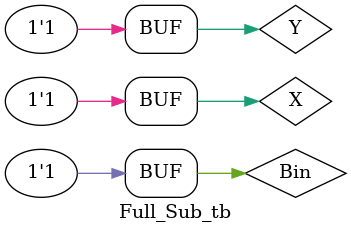
<source format=v>
`timescale 1ns/1ns
`include "Full_Sub.v"



module Full_Sub_tb;
reg X;
reg Y;
reg Bin;
wire D;
wire Bout;

Full_Sub uut(X,Y,Bin,D,Bout);

initial begin
    $dumpfile("Full_Sub_test.vcd");
    $dumpvars(0,Full_Sub_tb);

    X = 0; Y = 0; Bin = 0; #20;
    X = 0; Y = 0; Bin = 1; #20;
    X = 0; Y = 1; Bin = 0; #20;
    X = 0; Y = 1; Bin = 1; #20;
    X = 1; Y = 0; Bin = 0; #20;
    X = 1; Y = 0; Bin = 1; #20;
    X = 1; Y = 1; Bin = 0; #20;
    X = 1; Y = 1; Bin = 1; #20;

    $display("Test Complete");
end

endmodule
</source>
